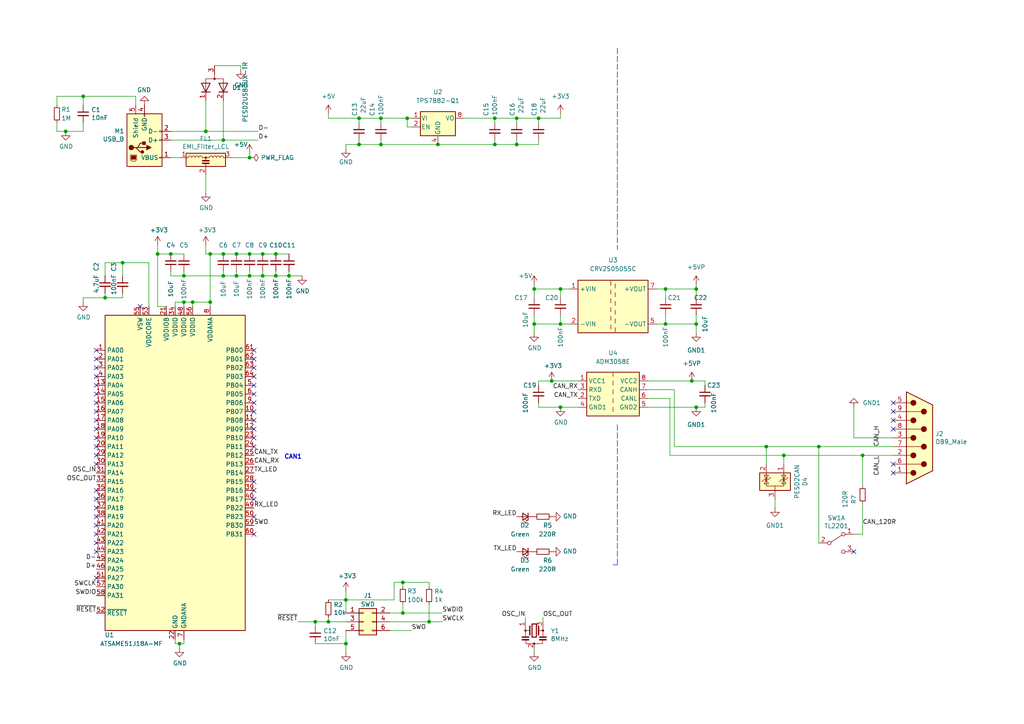
<source format=kicad_sch>
(kicad_sch (version 20211123) (generator eeschema)
  (paper "A4")
  (lib_symbols
    (symbol "Connector:DB9_Male" (pin_names (offset 1.016) hide)
      (property "Reference" "J" (at 0 13.97 0))
      (property "Value" "DB9_Male" (at 0 -14.605 0))
      (symbol "DB9_Male_1_1"
        (pin passive line (at -7.62 -10.16 0) (length 3.81) (name "1") (number "1"))
        (pin passive line (at -7.62 -5.08 0) (length 3.81) (name "2") (number "2"))
        (pin passive line (at -7.62 0 0) (length 3.81) (name "3") (number "3"))
        (pin passive line (at -7.62 5.08 0) (length 3.81) (name "4") (number "4"))
        (pin passive line (at -7.62 10.16 0) (length 3.81) (name "5") (number "5"))
        (pin passive line (at -7.62 -7.62 0) (length 3.81) (name "6") (number "6"))
        (pin passive line (at -7.62 -2.54 0) (length 3.81) (name "7") (number "7"))
        (pin passive line (at -7.62 2.54 0) (length 3.81) (name "8") (number "8"))
        (pin passive line (at -7.62 7.62 0) (length 3.81) (name "9") (number "9"))
      )
    )
    (symbol "Connector:USB_B" (pin_names (offset 1.016))
      (property "Reference" "J" (at -5.08 11.43 0))
      (property "Value" "USB_B" (at -5.08 8.89 0))
      (symbol "USB_B_1_1"
        (pin power_out line (at 7.62 5.08 180) (length 2.54) (name "VBUS") (number "1"))
        (pin bidirectional line (at 7.62 -2.54 180) (length 2.54) (name "D-") (number "2"))
        (pin bidirectional line (at 7.62 0 180) (length 2.54) (name "D+") (number "3"))
        (pin power_out line (at 0 -10.16 90) (length 2.54) (name "GND") (number "4"))
        (pin passive line (at -2.54 -10.16 90) (length 2.54) (name "Shield") (number "5"))
      )
    )
    (symbol "Connector_Generic:Conn_02x03_Odd_Even" (pin_names (offset 1.016) hide)
      (property "Reference" "J" (at 1.27 5.08 0))
      (property "Value" "Conn_02x03_Odd_Even" (at 1.27 -5.08 0))
      (symbol "Conn_02x03_Odd_Even_1_1"
        (pin passive line (at -5.08 2.54 0) (length 3.81) (name "Pin_1") (number "1"))
        (pin passive line (at 7.62 2.54 180) (length 3.81) (name "Pin_2") (number "2"))
        (pin passive line (at -5.08 0 0) (length 3.81) (name "Pin_3") (number "3"))
        (pin passive line (at 7.62 0 180) (length 3.81) (name "Pin_4") (number "4"))
        (pin passive line (at -5.08 -2.54 0) (length 3.81) (name "Pin_5") (number "5"))
        (pin passive line (at 7.62 -2.54 180) (length 3.81) (name "Pin_6") (number "6"))
      )
    )
    (symbol "Device:C_Small" (pin_numbers hide) (pin_names (offset 0.254) hide)
      (property "Reference" "C" (at 0.254 1.778 0))
      (property "Value" "C_Small" (at 0.254 -2.032 0))
      (symbol "C_Small_1_1"
        (pin passive line (at 0 2.54 270) (length 2.032) (name "~") (number "1"))
        (pin passive line (at 0 -2.54 90) (length 2.032) (name "~") (number "2"))
      )
    )
    (symbol "Device:D_Dual_CommonAnode_KKA_Parallel" (pin_names (offset 0.762) hide)
      (property "Reference" "D" (at 0 5.08 0))
      (property "Value" "D_Dual_CommonAnode_KKA_Parallel" (at 0 -5.08 0))
      (symbol "D_Dual_CommonAnode_KKA_Parallel_0_1"
        (pin passive line (at 5.08 2.54 180) (length 2.54) (name "K") (number "1"))
        (pin passive line (at 5.08 -2.54 180) (length 2.54) (name "K") (number "2"))
        (pin passive line (at -5.08 0 0) (length 2.54) (name "A") (number "3"))
      )
    )
    (symbol "Device:Filter_EMI_LCL" (pin_names (offset 0.254) hide)
      (property "Reference" "FL" (at 0 6.985 0))
      (property "Value" "Filter_EMI_LCL" (at 0 5.08 0))
      (symbol "Filter_EMI_LCL_1_1"
        (pin passive line (at -7.62 2.54 0) (length 2.54) (name "1") (number "1"))
        (pin passive line (at 0 -2.54 90) (length 2.54) (name "2") (number "2"))
        (pin passive line (at 7.62 2.54 180) (length 2.54) (name "3") (number "3"))
      )
    )
    (symbol "Device:LED_Small" (pin_numbers hide) (pin_names (offset 0.254) hide)
      (property "Reference" "D" (at -1.27 3.175 0))
      (property "Value" "LED_Small" (at -4.445 -2.54 0))
      (symbol "LED_Small_1_1"
        (pin passive line (at -2.54 0 0) (length 1.778) (name "K") (number "1"))
        (pin passive line (at 2.54 0 180) (length 1.778) (name "A") (number "2"))
      )
    )
    (symbol "Device:R_Small" (pin_numbers hide) (pin_names (offset 0.254) hide)
      (property "Reference" "R" (at 0.762 0.508 0))
      (property "Value" "R_Small" (at 0.762 -1.016 0))
      (symbol "R_Small_1_1"
        (pin passive line (at 0 2.54 270) (length 0.762) (name "~") (number "1"))
        (pin passive line (at 0 -2.54 90) (length 0.762) (name "~") (number "2"))
      )
    )
    (symbol "Device:Resonator_Small" (pin_names (offset 1.016) hide)
      (property "Reference" "Y" (at 3.175 1.905 0))
      (property "Value" "Resonator_Small" (at 3.175 0 0))
      (symbol "Resonator_Small_1_1"
        (pin passive line (at -2.54 2.54 270) (length 1.27) (name "1") (number "1"))
        (pin passive line (at 0 -5.08 90) (length 1.27) (name "2") (number "2"))
        (pin passive line (at 2.54 2.54 270) (length 1.27) (name "3") (number "3"))
      )
    )
    (symbol "MCU_Microchip_SAME:ATSAME51J18A-A"
      (property "Reference" "U" (at -17.78 48.26 0))
      (property "Value" "ATSAME51J18A-A" (at -12.7 -48.26 0))
      (symbol "ATSAME51J18A-A_1_0"
        (pin bidirectional line (at 22.86 27.94 180) (length 2.54) (name "PB03") (number "64"))
      )
      (symbol "ATSAME51J18A-A_1_1"
        (pin bidirectional line (at -22.86 35.56 0) (length 2.54) (name "PA00") (number "1"))
        (pin bidirectional line (at 22.86 17.78 180) (length 2.54) (name "PB07") (number "10"))
        (pin bidirectional line (at 22.86 15.24 180) (length 2.54) (name "PB08") (number "11"))
        (pin bidirectional line (at 22.86 12.7 180) (length 2.54) (name "PB09") (number "12"))
        (pin bidirectional line (at -22.86 25.4 0) (length 2.54) (name "PA04") (number "13"))
        (pin bidirectional line (at -22.86 22.86 0) (length 2.54) (name "PA05") (number "14"))
        (pin bidirectional line (at -22.86 20.32 0) (length 2.54) (name "PA06") (number "15"))
        (pin bidirectional line (at -22.86 17.78 0) (length 2.54) (name "PA07") (number "16"))
        (pin bidirectional line (at -22.86 15.24 0) (length 2.54) (name "PA08") (number "17"))
        (pin bidirectional line (at -22.86 12.7 0) (length 2.54) (name "PA09") (number "18"))
        (pin bidirectional line (at -22.86 10.16 0) (length 2.54) (name "PA10") (number "19"))
        (pin bidirectional line (at -22.86 33.02 0) (length 2.54) (name "PA01") (number "2"))
        (pin bidirectional line (at -22.86 7.62 0) (length 2.54) (name "PA11") (number "20"))
        (pin power_in line (at -2.54 48.26 270) (length 2.54) (name "VDDIOB") (number "21"))
        (pin power_in line (at 0 -48.26 90) (length 2.54) (name "GND") (number "22"))
        (pin bidirectional line (at 22.86 10.16 180) (length 2.54) (name "PB10") (number "23"))
        (pin bidirectional line (at 22.86 7.62 180) (length 2.54) (name "PB11") (number "24"))
        (pin bidirectional line (at 22.86 5.08 180) (length 2.54) (name "PB12") (number "25"))
        (pin bidirectional line (at 22.86 2.54 180) (length 2.54) (name "PB13") (number "26"))
        (pin bidirectional line (at 22.86 0 180) (length 2.54) (name "PB14") (number "27"))
        (pin bidirectional line (at 22.86 -2.54 180) (length 2.54) (name "PB15") (number "28"))
        (pin bidirectional line (at -22.86 5.08 0) (length 2.54) (name "PA12") (number "29"))
        (pin bidirectional line (at -22.86 30.48 0) (length 2.54) (name "PA02") (number "3"))
        (pin bidirectional line (at -22.86 2.54 0) (length 2.54) (name "PA13") (number "30"))
        (pin bidirectional line (at -22.86 0 0) (length 2.54) (name "PA14") (number "31"))
        (pin bidirectional line (at -22.86 -2.54 0) (length 2.54) (name "PA15") (number "32"))
        (pin passive line (at 0 -48.26 90) (length 2.54) hide (name "GND") (number "33"))
        (pin power_in line (at 0 48.26 270) (length 2.54) (name "VDDIO") (number "34"))
        (pin bidirectional line (at -22.86 -5.08 0) (length 2.54) (name "PA16") (number "35"))
        (pin bidirectional line (at -22.86 -7.62 0) (length 2.54) (name "PA17") (number "36"))
        (pin bidirectional line (at -22.86 -10.16 0) (length 2.54) (name "PA18") (number "37"))
        (pin bidirectional line (at -22.86 -12.7 0) (length 2.54) (name "PA19") (number "38"))
        (pin bidirectional line (at 22.86 -5.08 180) (length 2.54) (name "PB16") (number "39"))
        (pin bidirectional line (at -22.86 27.94 0) (length 2.54) (name "PA03") (number "4"))
        (pin bidirectional line (at 22.86 -7.62 180) (length 2.54) (name "PB17") (number "40"))
        (pin bidirectional line (at -22.86 -15.24 0) (length 2.54) (name "PA20") (number "41"))
        (pin bidirectional line (at -22.86 -17.78 0) (length 2.54) (name "PA21") (number "42"))
        (pin bidirectional line (at -22.86 -20.32 0) (length 2.54) (name "PA22") (number "43"))
        (pin bidirectional line (at -22.86 -22.86 0) (length 2.54) (name "PA23") (number "44"))
        (pin bidirectional line (at -22.86 -25.4 0) (length 2.54) (name "PA24") (number "45"))
        (pin bidirectional line (at -22.86 -27.94 0) (length 2.54) (name "PA25") (number "46"))
        (pin passive line (at 0 -48.26 90) (length 2.54) hide (name "GND") (number "47"))
        (pin power_in line (at 2.54 48.26 270) (length 2.54) (name "VDDIO") (number "48"))
        (pin bidirectional line (at 22.86 -10.16 180) (length 2.54) (name "PB22") (number "49"))
        (pin bidirectional line (at 22.86 25.4 180) (length 2.54) (name "PB04") (number "5"))
        (pin bidirectional line (at 22.86 -12.7 180) (length 2.54) (name "PB23") (number "50"))
        (pin bidirectional line (at -22.86 -30.48 0) (length 2.54) (name "PA27") (number "51"))
        (pin input line (at -22.86 -40.64 0) (length 2.54) (name "~{RESET}") (number "52"))
        (pin power_out line (at -7.62 48.26 270) (length 2.54) (name "VDDCORE") (number "53"))
        (pin passive line (at 0 -48.26 90) (length 2.54) hide (name "GND") (number "54"))
        (pin power_in line (at -10.16 48.26 270) (length 2.54) (name "VSW") (number "55"))
        (pin power_in line (at 5.08 48.26 270) (length 2.54) (name "VDDIO") (number "56"))
        (pin bidirectional line (at -22.86 -33.02 0) (length 2.54) (name "PA30") (number "57"))
        (pin bidirectional line (at -22.86 -35.56 0) (length 2.54) (name "PA31") (number "58"))
        (pin bidirectional line (at 22.86 -15.24 180) (length 2.54) (name "PB30") (number "59"))
        (pin bidirectional line (at 22.86 22.86 180) (length 2.54) (name "PB05") (number "6"))
        (pin bidirectional line (at 22.86 -17.78 180) (length 2.54) (name "PB31") (number "60"))
        (pin bidirectional line (at 22.86 35.56 180) (length 2.54) (name "PB00") (number "61"))
        (pin bidirectional line (at 22.86 33.02 180) (length 2.54) (name "PB01") (number "62"))
        (pin bidirectional line (at 22.86 30.48 180) (length 2.54) (name "PB02") (number "63"))
        (pin power_in line (at 2.54 -48.26 90) (length 2.54) (name "GNDANA") (number "7"))
        (pin power_in line (at 10.16 48.26 270) (length 2.54) (name "VDDANA") (number "8"))
        (pin bidirectional line (at 22.86 20.32 180) (length 2.54) (name "PB06") (number "9"))
      )
    )
    (symbol "Power_Protection:NUP2105L" (pin_names hide)
      (property "Reference" "D" (at 5.715 2.54 0))
      (property "Value" "NUP2105L" (at 5.715 0.635 0))
      (symbol "NUP2105L_0_0"
        (pin passive line (at 0 -5.08 90) (length 2.54) (name "A") (number "3"))
      )
      (symbol "NUP2105L_1_1"
        (pin passive line (at -2.54 5.08 270) (length 2.54) (name "K") (number "1"))
        (pin passive line (at 2.54 5.08 270) (length 2.54) (name "K") (number "2"))
      )
    )
    (symbol "Switch:SW_DPDT_x2" (pin_names (offset 0) hide)
      (property "Reference" "SW" (at 0 4.318 0))
      (property "Value" "SW_DPDT_x2" (at 0 -5.08 0))
      (symbol "SW_DPDT_x2_1_1"
        (pin passive line (at 5.08 2.54 180) (length 2.54) (name "A") (number "1"))
        (pin passive line (at -5.08 0 0) (length 2.54) (name "B") (number "2"))
        (pin passive line (at 5.08 -2.54 180) (length 2.54) (name "C") (number "3"))
      )
      (symbol "SW_DPDT_x2_2_1"
        (pin passive line (at 5.08 2.54 180) (length 2.54) (name "A") (number "4"))
        (pin passive line (at -5.08 0 0) (length 2.54) (name "B") (number "5"))
        (pin passive line (at 5.08 -2.54 180) (length 2.54) (name "C") (number "6"))
      )
    )
    (symbol "ownLib:ADM3058E"
      (property "Reference" "U" (at -6.35 6.35 0))
      (property "Value" "ADM3058E" (at 2.54 6.35 0))
      (symbol "ADM3058E_1_1"
        (pin power_in line (at -10.16 2.54 0) (length 2.54) (name "VCC1") (number "1"))
        (pin input line (at -10.16 -2.54 0) (length 2.54) (name "TXD") (number "2"))
        (pin output line (at -10.16 0 0) (length 2.54) (name "RXD") (number "3"))
        (pin power_in line (at -10.16 -5.08 0) (length 2.54) (name "GND1") (number "4"))
        (pin power_in line (at 10.16 -5.08 180) (length 2.54) (name "GND2") (number "5"))
        (pin bidirectional line (at 10.16 -2.54 180) (length 2.54) (name "CANL") (number "6"))
        (pin bidirectional line (at 10.16 0 180) (length 2.54) (name "CANH") (number "7"))
        (pin power_in line (at 10.16 2.54 180) (length 2.54) (name "VCC2") (number "8"))
      )
    )
    (symbol "ownLib:CRV2S0505SC"
      (property "Reference" "U" (at -8.89 8.89 0))
      (property "Value" "CRV2S0505SC" (at 2.54 8.89 0))
      (symbol "CRV2S0505SC_1_1"
        (pin power_in line (at -12.7 5.08 0) (length 2.54) (name "+VIN") (number "1"))
        (pin power_in line (at -12.7 -5.08 0) (length 2.54) (name "-VIN") (number "2"))
        (pin power_out line (at 12.7 -5.08 180) (length 2.54) (name "-VOUT") (number "5"))
        (pin power_out line (at 12.7 5.08 180) (length 2.54) (name "+VOUT") (number "7"))
      )
    )
    (symbol "ownLib:TPS7B82-Q1" (pin_names (offset 0.254))
      (property "Reference" "U" (at -3.81 3.175 0))
      (property "Value" "TPS7B82-Q1" (at 0 3.175 0))
      (symbol "TPS7B82-Q1_1_1"
        (pin power_in line (at -7.62 0 0) (length 2.54) (name "VI") (number "1"))
        (pin input line (at -7.62 -2.54 0) (length 2.54) (name "EN") (number "2"))
        (pin passive line (at 0 -7.62 90) (length 2.54) hide (name "GND") (number "3"))
        (pin power_in line (at 0 -7.62 90) (length 2.54) (name "GND") (number "4"))
        (pin passive line (at 0 -7.62 90) (length 2.54) hide (name "GND") (number "5"))
        (pin passive line (at 0 -7.62 90) (length 2.54) hide (name "GND") (number "6"))
        (pin passive line (at 0 -7.62 90) (length 2.54) hide (name "GND") (number "7"))
        (pin power_out line (at 7.62 0 180) (length 2.54) (name "VO") (number "8"))
        (pin passive line (at 0 -7.62 90) (length 2.54) hide (name "GND") (number "9"))
      )
    )
    (symbol "power:+3V3" (power) (pin_names (offset 0))
      (property "Value" "+3V3" (at 0 3.556 0))
      (symbol "+3V3_1_1"
        (pin power_in line (at 0 0 90) (length 0) hide (name "+3V3") (number "1"))
      )
    )
    (symbol "power:+5V" (power) (pin_names (offset 0))
      (property "Value" "+5V" (at 0 3.556 0))
      (symbol "+5V_1_1"
        (pin power_in line (at 0 0 90) (length 0) hide (name "+5V") (number "1"))
      )
    )
    (symbol "power:+5VP" (power) (pin_names (offset 0))
      (property "Value" "+5VP" (at 0 3.556 0))
      (symbol "+5VP_1_1"
        (pin power_in line (at 0 0 90) (length 0) hide (name "+5VP") (number "1"))
      )
    )
    (symbol "power:GND" (power) (pin_names (offset 0))
      (property "Value" "GND" (at 0 -3.81 0))
      (symbol "GND_1_1"
        (pin power_in line (at 0 0 270) (length 0) hide (name "GND") (number "1"))
      )
    )
    (symbol "power:GND1" (power) (pin_names (offset 0))
      (property "Value" "GND1" (at 0 -3.81 0))
      (symbol "GND1_1_1"
        (pin power_in line (at 0 0 270) (length 0) hide (name "GND1") (number "1"))
      )
    )
    (symbol "power:PWR_FLAG" (power) (pin_numbers hide) (pin_names (offset 0) hide)
      (property "Value" "PWR_FLAG" (at 0 3.81 0))
      (symbol "PWR_FLAG_0_0"
        (pin power_out line (at 0 0 90) (length 0) (name "pwr") (number "1"))
      )
    )
  )
  (junction (at 45.72 73.66) (diameter 0.9144))
  (junction (at 91.44 180.34) (diameter 0.9144))
  (junction (at 237.49 129.54))
  (junction (at 149.86 41.91))
  (junction (at 30.48 86.36) (diameter 0.9144))
  (junction (at 100.33 173.99) (diameter 0.9144))
  (junction (at 193.04 83.82))
  (junction (at 154.94 93.98))
  (junction (at 68.58 80.01) (diameter 0.9144))
  (junction (at 110.49 34.29))
  (junction (at 80.01 73.66) (diameter 0.9144))
  (junction (at 124.46 180.34) (diameter 0.9144))
  (junction (at 60.96 87.63) (diameter 0.9144))
  (junction (at 68.58 73.66) (diameter 0.9144))
  (junction (at 100.33 186.69) (diameter 0.9144))
  (junction (at 154.94 83.82))
  (junction (at 53.34 87.63) (diameter 0.9144))
  (junction (at 110.49 41.91))
  (junction (at 143.51 34.29))
  (junction (at 227.33 132.08))
  (junction (at 156.21 34.29))
  (junction (at 64.77 40.64))
  (junction (at 118.11 34.29))
  (junction (at 104.14 41.91))
  (junction (at 149.86 34.29))
  (junction (at 143.51 41.91))
  (junction (at 160.02 110.49))
  (junction (at 162.56 83.82))
  (junction (at 72.39 80.01) (diameter 0.9144))
  (junction (at 116.84 177.8) (diameter 0.9144))
  (junction (at 53.34 80.01) (diameter 0.9144))
  (junction (at 162.56 118.11))
  (junction (at 64.77 73.66) (diameter 0.9144))
  (junction (at 222.25 129.54))
  (junction (at 35.56 76.2) (diameter 0.9144))
  (junction (at 76.2 73.66) (diameter 0.9144))
  (junction (at 201.93 118.11))
  (junction (at 95.25 180.34) (diameter 0.9144))
  (junction (at 201.93 83.82))
  (junction (at 127 41.91))
  (junction (at 104.14 34.29))
  (junction (at 193.04 93.98))
  (junction (at 64.77 80.01) (diameter 0.9144))
  (junction (at 52.07 186.69) (diameter 0.9144))
  (junction (at 116.84 168.91) (diameter 0.9144))
  (junction (at 80.01 80.01) (diameter 0.9144))
  (junction (at 72.39 45.72))
  (junction (at 60.96 73.66) (diameter 0.9144))
  (junction (at 201.93 93.98))
  (junction (at 55.88 87.63) (diameter 0.9144))
  (junction (at 72.39 73.66) (diameter 0.9144))
  (junction (at 59.69 38.1))
  (junction (at 83.82 80.01) (diameter 0.9144))
  (junction (at 250.19 132.08))
  (junction (at 49.53 73.66) (diameter 0.9144))
  (junction (at 19.05 38.1))
  (junction (at 162.56 93.98))
  (junction (at 76.2 80.01) (diameter 0.9144))
  (junction (at 24.13 27.94))
  (junction (at 200.66 110.49))
  (no_connect (at 27.94 152.4))
  (no_connect (at 73.66 154.94))
  (no_connect (at 73.66 127))
  (no_connect (at 73.66 129.54))
  (no_connect (at 73.66 106.68))
  (no_connect (at 73.66 144.78))
  (no_connect (at 27.94 129.54))
  (no_connect (at 27.94 167.64))
  (no_connect (at 73.66 142.24))
  (no_connect (at 259.08 116.84))
  (no_connect (at 259.08 134.62))
  (no_connect (at 259.08 124.46))
  (no_connect (at 259.08 137.16))
  (no_connect (at 259.08 121.92))
  (no_connect (at 259.08 119.38))
  (no_connect (at 27.94 127))
  (no_connect (at 27.94 142.24))
  (no_connect (at 27.94 144.78))
  (no_connect (at 27.94 147.32))
  (no_connect (at 27.94 160.02))
  (no_connect (at 27.94 157.48))
  (no_connect (at 27.94 154.94))
  (no_connect (at 27.94 132.08))
  (no_connect (at 27.94 134.62))
  (no_connect (at 73.66 139.7))
  (no_connect (at 73.66 104.14))
  (no_connect (at 73.66 149.86))
  (no_connect (at 27.94 124.46))
  (no_connect (at 73.66 111.76))
  (no_connect (at 27.94 121.92))
  (no_connect (at 27.94 109.22))
  (no_connect (at 73.66 114.3))
  (no_connect (at 27.94 111.76))
  (no_connect (at 27.94 104.14))
  (no_connect (at 73.66 109.22))
  (no_connect (at 40.64 88.9))
  (no_connect (at 247.65 160.02))
  (no_connect (at 27.94 114.3))
  (no_connect (at 73.66 124.46))
  (no_connect (at 27.94 149.86))
  (no_connect (at 73.66 101.6))
  (no_connect (at 27.94 116.84))
  (no_connect (at 73.66 116.84))
  (no_connect (at 27.94 101.6))
  (no_connect (at 73.66 119.38))
  (no_connect (at 27.94 106.68))
  (no_connect (at 27.94 119.38))
  (no_connect (at 73.66 121.92))
  (wire (pts (xy 53.34 87.63) (xy 55.88 87.63)))
  (wire (pts (xy 114.3 173.99) (xy 114.3 168.91)))
  (wire (pts (xy 67.31 45.72) (xy 72.39 45.72)))
  (wire (pts (xy 35.56 76.2) (xy 30.48 76.2)))
  (wire (pts (xy 222.25 129.54) (xy 222.25 134.62)))
  (wire (pts (xy 100.33 41.91) (xy 104.14 41.91)))
  (wire (pts (xy 83.82 78.74) (xy 83.82 80.01)))
  (wire (pts (xy 35.56 85.09) (xy 35.56 86.36)))
  (wire (pts (xy 91.44 180.34) (xy 91.44 181.61)))
  (wire (pts (xy 118.11 34.29) (xy 118.11 36.83)))
  (wire (pts (xy 227.33 132.08) (xy 250.19 132.08)))
  (wire (pts (xy 194.31 132.08) (xy 227.33 132.08)))
  (wire (pts (xy 24.13 35.56) (xy 24.13 38.1)))
  (wire (pts (xy 24.13 38.1) (xy 19.05 38.1)))
  (wire (pts (xy 113.03 180.34) (xy 124.46 180.34)))
  (wire (pts (xy 110.49 40.64) (xy 110.49 41.91)))
  (wire (pts (xy 39.37 30.48) (xy 39.37 27.94)))
  (wire (pts (xy 39.37 27.94) (xy 24.13 27.94)))
  (wire (pts (xy 24.13 27.94) (xy 16.51 27.94)))
  (wire (pts (xy 16.51 27.94) (xy 16.51 30.48)))
  (wire (pts (xy 124.46 180.34) (xy 128.27 180.34)))
  (wire (pts (xy 100.33 173.99) (xy 114.3 173.99)))
  (wire (pts (xy 190.5 93.98) (xy 193.04 93.98)))
  (wire (pts (xy 50.8 185.42) (xy 50.8 186.69)))
  (wire (pts (xy 100.33 186.69) (xy 100.33 189.23)))
  (wire (pts (xy 72.39 73.66) (xy 76.2 73.66)))
  (wire (pts (xy 59.69 50.8) (xy 59.69 55.88)))
  (wire (pts (xy 83.82 80.01) (xy 80.01 80.01)))
  (wire (pts (xy 45.72 73.66) (xy 45.72 88.9)))
  (wire (pts (xy 100.33 177.8) (xy 100.33 173.99)))
  (wire (pts (xy 52.07 186.69) (xy 52.07 187.96)))
  (wire (pts (xy 201.93 82.55) (xy 201.93 83.82)))
  (wire (pts (xy 49.53 73.66) (xy 45.72 73.66)))
  (wire (pts (xy 143.51 34.29) (xy 149.86 34.29)))
  (wire (pts (xy 134.62 34.29) (xy 143.51 34.29)))
  (wire (pts (xy 149.86 34.29) (xy 156.21 34.29)))
  (wire (pts (xy 53.34 80.01) (xy 64.77 80.01)))
  (wire (pts (xy 143.51 40.64) (xy 143.51 41.91)))
  (wire (pts (xy 165.1 93.98) (xy 162.56 93.98)))
  (wire (pts (xy 72.39 80.01) (xy 72.39 78.74)))
  (wire (pts (xy 116.84 177.8) (xy 128.27 177.8)))
  (wire (pts (xy 156.21 34.29) (xy 162.56 34.29)))
  (wire (pts (xy 162.56 34.29) (xy 162.56 33.02)))
  (wire (pts (xy 24.13 27.94) (xy 24.13 30.48)))
  (wire (pts (xy 113.03 177.8) (xy 116.84 177.8)))
  (wire (pts (xy 113.03 182.88) (xy 119.38 182.88)))
  (wire (pts (xy 154.94 91.44) (xy 154.94 93.98)))
  (wire (pts (xy 116.84 168.91) (xy 116.84 170.18)))
  (wire (pts (xy 95.25 34.29) (xy 104.14 34.29)))
  (wire (pts (xy 154.94 82.55) (xy 154.94 83.82)))
  (wire (pts (xy 201.93 83.82) (xy 201.93 86.36)))
  (wire (pts (xy 187.96 110.49) (xy 200.66 110.49)))
  (wire (pts (xy 200.66 110.49) (xy 204.47 110.49)))
  (wire (pts (xy 104.14 40.64) (xy 104.14 41.91)))
  (wire (pts (xy 104.14 34.29) (xy 104.14 35.56)))
  (wire (pts (xy 64.77 73.66) (xy 68.58 73.66)))
  (wire (pts (xy 162.56 93.98) (xy 162.56 91.44)))
  (wire (pts (xy 124.46 168.91) (xy 116.84 168.91)))
  (polyline (pts (xy 179.07 13.97) (xy 179.07 72.39)))
  (wire (pts (xy 100.33 186.69) (xy 100.33 182.88)))
  (wire (pts (xy 68.58 78.74) (xy 68.58 80.01)))
  (wire (pts (xy 160.02 110.49) (xy 156.21 110.49)))
  (wire (pts (xy 156.21 110.49) (xy 156.21 111.76)))
  (wire (pts (xy 167.64 110.49) (xy 160.02 110.49)))
  (wire (pts (xy 60.96 73.66) (xy 60.96 87.63)))
  (wire (pts (xy 68.58 80.01) (xy 72.39 80.01)))
  (wire (pts (xy 156.21 34.29) (xy 156.21 35.56)))
  (wire (pts (xy 201.93 93.98) (xy 201.93 91.44)))
  (wire (pts (xy 204.47 118.11) (xy 204.47 116.84)))
  (wire (pts (xy 35.56 86.36) (xy 30.48 86.36)))
  (wire (pts (xy 227.33 132.08) (xy 227.33 134.62)))
  (wire (pts (xy 201.93 118.11) (xy 204.47 118.11)))
  (wire (pts (xy 156.21 116.84) (xy 156.21 118.11)))
  (wire (pts (xy 156.21 118.11) (xy 162.56 118.11)))
  (wire (pts (xy 162.56 118.11) (xy 167.64 118.11)))
  (wire (pts (xy 118.11 34.29) (xy 119.38 34.29)))
  (wire (pts (xy 124.46 180.34) (xy 124.46 175.26)))
  (wire (pts (xy 53.34 87.63) (xy 50.8 87.63)))
  (wire (pts (xy 52.07 186.69) (xy 53.34 186.69)))
  (wire (pts (xy 250.19 154.94) (xy 250.19 146.05)))
  (wire (pts (xy 110.49 34.29) (xy 118.11 34.29)))
  (wire (pts (xy 104.14 34.29) (xy 110.49 34.29)))
  (wire (pts (xy 154.94 187.96) (xy 154.94 189.23)))
  (wire (pts (xy 68.58 73.66) (xy 72.39 73.66)))
  (wire (pts (xy 76.2 80.01) (xy 72.39 80.01)))
  (wire (pts (xy 16.51 35.56) (xy 16.51 38.1)))
  (wire (pts (xy 16.51 38.1) (xy 19.05 38.1)))
  (wire (pts (xy 64.77 78.74) (xy 64.77 80.01)))
  (wire (pts (xy 53.34 87.63) (xy 53.34 88.9)))
  (wire (pts (xy 119.38 36.83) (xy 118.11 36.83)))
  (wire (pts (xy 250.19 132.08) (xy 259.08 132.08)))
  (wire (pts (xy 162.56 86.36) (xy 162.56 83.82)))
  (wire (pts (xy 24.13 86.36) (xy 24.13 87.63)))
  (wire (pts (xy 100.33 41.91) (xy 100.33 43.18)))
  (wire (pts (xy 204.47 110.49) (xy 204.47 111.76)))
  (wire (pts (xy 100.33 173.99) (xy 100.33 171.45)))
  (wire (pts (xy 50.8 186.69) (xy 52.07 186.69)))
  (wire (pts (xy 193.04 83.82) (xy 193.04 86.36)))
  (wire (pts (xy 45.72 71.12) (xy 45.72 73.66)))
  (wire (pts (xy 30.48 85.09) (xy 30.48 86.36)))
  (wire (pts (xy 35.56 76.2) (xy 35.56 80.01)))
  (wire (pts (xy 86.36 180.34) (xy 91.44 180.34)))
  (wire (pts (xy 247.65 118.11) (xy 247.65 127)))
  (wire (pts (xy 259.08 127) (xy 247.65 127)))
  (wire (pts (xy 222.25 129.54) (xy 237.49 129.54)))
  (wire (pts (xy 195.58 129.54) (xy 222.25 129.54)))
  (wire (pts (xy 43.18 76.2) (xy 35.56 76.2)))
  (wire (pts (xy 64.77 80.01) (xy 68.58 80.01)))
  (wire (pts (xy 49.53 78.74) (xy 49.53 80.01)))
  (wire (pts (xy 114.3 168.91) (xy 116.84 168.91)))
  (wire (pts (xy 193.04 93.98) (xy 201.93 93.98)))
  (wire (pts (xy 193.04 91.44) (xy 193.04 93.98)))
  (wire (pts (xy 162.56 83.82) (xy 154.94 83.82)))
  (wire (pts (xy 64.77 73.66) (xy 60.96 73.66)))
  (wire (pts (xy 49.53 40.64) (xy 64.77 40.64)))
  (wire (pts (xy 64.77 40.64) (xy 74.93 40.64)))
  (wire (pts (xy 59.69 29.21) (xy 59.69 38.1)))
  (wire (pts (xy 143.51 34.29) (xy 143.51 35.56)))
  (wire (pts (xy 237.49 157.48) (xy 237.49 129.54)))
  (wire (pts (xy 152.4 180.34) (xy 152.4 179.07)))
  (wire (pts (xy 247.65 154.94) (xy 250.19 154.94)))
  (wire (pts (xy 30.48 86.36) (xy 24.13 86.36)))
  (wire (pts (xy 72.39 45.72) (xy 72.39 44.45)))
  (wire (pts (xy 69.85 19.05) (xy 69.85 20.32)))
  (wire (pts (xy 62.23 19.05) (xy 69.85 19.05)))
  (wire (pts (xy 76.2 78.74) (xy 76.2 80.01)))
  (wire (pts (xy 116.84 177.8) (xy 116.84 175.26)))
  (polyline (pts (xy 179.07 123.19) (xy 179.07 163.83)))
  (polyline (pts (xy 177.8 163.83) (xy 179.07 163.83)))
  (wire (pts (xy 59.69 73.66) (xy 59.69 71.12)))
  (wire (pts (xy 55.88 87.63) (xy 55.88 88.9)))
  (wire (pts (xy 49.53 80.01) (xy 53.34 80.01)))
  (wire (pts (xy 154.94 83.82) (xy 154.94 86.36)))
  (wire (pts (xy 83.82 73.66) (xy 80.01 73.66)))
  (wire (pts (xy 80.01 73.66) (xy 76.2 73.66)))
  (wire (pts (xy 55.88 87.63) (xy 60.96 87.63)))
  (wire (pts (xy 59.69 38.1) (xy 74.93 38.1)))
  (wire (pts (xy 49.53 38.1) (xy 59.69 38.1)))
  (wire (pts (xy 195.58 113.03) (xy 187.96 113.03)))
  (wire (pts (xy 195.58 129.54) (xy 195.58 113.03)))
  (wire (pts (xy 95.25 33.02) (xy 95.25 34.29)))
  (wire (pts (xy 30.48 76.2) (xy 30.48 80.01)))
  (wire (pts (xy 80.01 78.74) (xy 80.01 80.01)))
  (wire (pts (xy 43.18 88.9) (xy 43.18 76.2)))
  (wire (pts (xy 60.96 73.66) (xy 59.69 73.66)))
  (wire (pts (xy 149.86 34.29) (xy 149.86 35.56)))
  (wire (pts (xy 64.77 29.21) (xy 64.77 40.64)))
  (wire (pts (xy 45.72 88.9) (xy 48.26 88.9)))
  (wire (pts (xy 165.1 83.82) (xy 162.56 83.82)))
  (wire (pts (xy 53.34 78.74) (xy 53.34 80.01)))
  (wire (pts (xy 110.49 34.29) (xy 110.49 35.56)))
  (wire (pts (xy 95.25 180.34) (xy 95.25 179.07)))
  (wire (pts (xy 162.56 93.98) (xy 154.94 93.98)))
  (wire (pts (xy 224.79 144.78) (xy 224.79 147.32)))
  (wire (pts (xy 149.86 40.64) (xy 149.86 41.91)))
  (wire (pts (xy 193.04 83.82) (xy 201.93 83.82)))
  (wire (pts (xy 91.44 186.69) (xy 100.33 186.69)))
  (wire (pts (xy 80.01 80.01) (xy 76.2 80.01)))
  (wire (pts (xy 60.96 87.63) (xy 60.96 88.9)))
  (wire (pts (xy 250.19 140.97) (xy 250.19 132.08)))
  (wire (pts (xy 154.94 93.98) (xy 154.94 96.52)))
  (wire (pts (xy 95.25 173.99) (xy 100.33 173.99)))
  (wire (pts (xy 187.96 118.11) (xy 201.93 118.11)))
  (wire (pts (xy 50.8 87.63) (xy 50.8 88.9)))
  (wire (pts (xy 53.34 185.42) (xy 53.34 186.69)))
  (wire (pts (xy 124.46 170.18) (xy 124.46 168.91)))
  (wire (pts (xy 95.25 180.34) (xy 91.44 180.34)))
  (wire (pts (xy 49.53 73.66) (xy 53.34 73.66)))
  (wire (pts (xy 190.5 83.82) (xy 193.04 83.82)))
  (wire (pts (xy 127 41.91) (xy 143.51 41.91)))
  (wire (pts (xy 237.49 129.54) (xy 259.08 129.54)))
  (wire (pts (xy 83.82 80.01) (xy 87.63 80.01)))
  (wire (pts (xy 100.33 180.34) (xy 95.25 180.34)))
  (wire (pts (xy 187.96 115.57) (xy 194.31 115.57)))
  (wire (pts (xy 194.31 115.57) (xy 194.31 132.08)))
  (wire (pts (xy 156.21 41.91) (xy 156.21 40.64)))
  (wire (pts (xy 143.51 41.91) (xy 149.86 41.91)))
  (wire (pts (xy 110.49 41.91) (xy 127 41.91)))
  (wire (pts (xy 149.86 41.91) (xy 156.21 41.91)))
  (wire (pts (xy 104.14 41.91) (xy 110.49 41.91)))
  (wire (pts (xy 157.48 180.34) (xy 157.48 179.07)))
  (wire (pts (xy 201.93 93.98) (xy 201.93 96.52)))
  (wire (pts (xy 49.53 45.72) (xy 52.07 45.72)))
  (text "CAN1\n" (at 87.63 133.35 180) (effects (font (size 1.27 1.27) (thickness 0.254) bold) (justify right bottom)))
  (label "SWDIO" (at 128.27 177.8 0))
  (label "~{RESET}" (at 27.94 177.8 180))
  (label "TX_LED" (at 73.66 137.16 0))
  (label "D-" (at 27.94 162.56 180))
  (label "CAN_TX" (at 73.66 132.08 0))
  (label "TX_LED_I" (at 154.94 160.02 0) (effects (font (size 0 0))))
  (label "CAN_TX" (at 167.64 115.57 180))
  (label "RX_LED" (at 73.66 147.32 0))
  (label "~{RESET}" (at 86.36 180.34 180))
  (label "CAN_RX" (at 167.64 113.03 180))
  (label "CAN_H" (at 255.27 129.54 90))
  (label "D+" (at 27.94 165.1 180))
  (label "D+" (at 74.93 40.64 0))
  (label "SWO" (at 73.66 152.4 0))
  (label "SWDIO" (at 27.94 172.72 180))
  (label "SWCLK" (at 128.27 180.34 0))
  (label "OSC_IN" (at 27.94 137.16 180))
  (label "OSC_IN" (at 152.4 179.07 180))
  (label "SWCLK" (at 27.94 170.18 180))
  (label "RX_LED" (at 149.86 149.86 180))
  (label "SWO" (at 119.38 182.88 0))
  (label "RED_LED_I" (at 154.94 149.86 0) (effects (font (size 0 0))))
  (label "CAN_RX" (at 73.66 134.62 0))
  (label "OSC_OUT" (at 27.94 139.7 180))
  (label "OSC_OUT" (at 157.48 179.07 0))
  (label "CAN_120R" (at 250.19 152.4 0))
  (label "D-" (at 74.93 38.1 0))
  (label "TX_LED" (at 149.86 160.02 180))
  (label "CAN_L" (at 255.27 132.08 270))
  (symbol (lib_id "power:PWR_FLAG") (at 72.39 45.72 270) (unit 1)
    (property "Reference" "#FLG01" (effects hide))
    (property "Value" "PWR_FLAG" (at 75.6412 45.72 90) (effects (justify left)))
  )
  (symbol (lib_id "Device:C_Small") (at 64.77 76.2 180) (unit 1)
    (property "Reference" "C6" (at 64.77 71.12 0))
    (property "Value" "10uF" (at 64.77 83.82 90))
    (property "Footprint" "Capacitor_SMD:C_0603_1608Metric" (effects hide))
    (property "MOUSER_NO" "81-GRM188D71A106MA3D" (effects hide))
  )
  (symbol (lib_id "ownLib:ADM3058E") (at 177.8 113.03 0) (unit 1)
    (property "Reference" "U4" (at 177.8 102.362 0))
    (property "Value" "ADM3058E" (at 177.8 104.902 0))
    (property "Footprint" "Package_SO:SOIC-8_7.5x5.85mm_P1.27mm" (effects hide))
    (property "Datasheet" "https://www.analog.com/media/en/technical-documentation/data-sheets/adm3058e.pdf" (effects hide))
    (property "MOUSER_NO" "584-ADM3058EBRIZ-RL" (effects hide))
  )
  (symbol (lib_id "Switch:SW_DPDT_x2") (at 242.57 157.48 0) (unit 1)
    (property "Reference" "SW1" (at 242.57 150.241 0))
    (property "Value" "TL2201" (at 242.57 152.5524 0))
    (property "Footprint" "ownLib:TL2201" (effects hide))
    (property "Datasheet" "https://www.e-switch.com/system/asset/product_line/data_sheet/61/TL2201.pdf" (effects hide))
    (property "MOUSER_NO" "612-TL2201EEZA1RBLK" (effects hide))
  )
  (symbol (lib_id "Device:C_Small") (at 83.82 76.2 0) (unit 1)
    (property "Reference" "C11" (at 83.82 71.12 0))
    (property "Value" "100nF" (at 83.82 83.82 90))
    (property "Footprint" "Capacitor_SMD:C_0402_1005Metric" (effects hide))
    (property "MOUSER_NO" "81-GRM155R71H104KE4D" (effects hide))
  )
  (symbol (lib_id "power:+3V3") (at 160.02 110.49 0) (unit 1)
    (property "Reference" "#PWR018" (effects hide))
    (property "Value" "+3V3" (at 160.401 106.0958 0))
  )
  (symbol (lib_id "power:+5V") (at 72.39 44.45 0) (unit 1)
    (property "Reference" "#PWR09" (effects hide))
    (property "Value" "+5V" (at 69.85 41.91 0))
  )
  (symbol (lib_id "Device:C_Small") (at 193.04 88.9 0) (unit 1)
    (property "Reference" "C21" (at 195.58 86.36 0))
    (property "Value" "100nF" (at 193.04 97.79 90))
    (property "Footprint" "Capacitor_SMD:C_0402_1005Metric" (effects hide))
    (property "MOUSER_NO" "81-GRM155R71H104KE4D" (effects hide))
  )
  (symbol (lib_id "Connector_Generic:Conn_02x03_Odd_Even") (at 105.41 180.34 0) (unit 1)
    (property "Reference" "J1" (at 106.68 172.72 0))
    (property "Value" "SWD" (at 106.68 175.26 0))
    (property "Footprint" "Connector:Tag-Connect_TC2030-IDC-NL_2x03_P1.27mm_Vertical" (effects hide))
    (property "Datasheet" "https://www.hirose.com/product/document?clcode=CL0543-0518-8-01&productname=DF11-6DP-2DSA(01)&series=DF11&documenttype=Catalog&lang=de&documentid=D31688_en" (effects hide))
    (property "MOUSER_NO" "798-DF11-6DP-2DSA01" (effects hide))
  )
  (symbol (lib_id "power:GND") (at 160.02 160.02 90) (unit 1)
    (property "Reference" "#PWR020" (effects hide))
    (property "Value" "GND" (at 163.2712 159.893 90) (effects (justify right)))
  )
  (symbol (lib_id "Device:C_Small") (at 76.2 76.2 0) (unit 1)
    (property "Reference" "C9" (at 76.2 71.12 0))
    (property "Value" "100nF" (at 76.2 83.82 90))
    (property "Footprint" "Capacitor_SMD:C_0402_1005Metric" (effects hide))
    (property "MOUSER_NO" "81-GRM155R71H104KE4D" (effects hide))
  )
  (symbol (lib_id "Device:C_Small") (at 49.53 76.2 180) (unit 1)
    (property "Reference" "C4" (at 49.53 71.12 0))
    (property "Value" "10uF" (at 49.53 83.82 90))
    (property "Footprint" "Capacitor_SMD:C_0603_1608Metric" (effects hide))
    (property "MOUSER_NO" "81-GRM188D71A106MA3D" (effects hide))
  )
  (symbol (lib_id "power:GND") (at 24.13 87.63 0) (unit 1)
    (property "Reference" "#PWR02" (effects hide))
    (property "Value" "GND" (at 24.257 92.0242 0))
  )
  (symbol (lib_id "Device:C_Small") (at 53.34 76.2 0) (unit 1)
    (property "Reference" "C5" (at 53.34 71.12 0))
    (property "Value" "100nF" (at 53.34 83.82 90))
    (property "Footprint" "Capacitor_SMD:C_0402_1005Metric" (effects hide))
    (property "MOUSER_NO" "81-GRM155R71H104KE4D" (effects hide))
  )
  (symbol (lib_id "power:+5V") (at 154.94 82.55 0) (unit 1)
    (property "Reference" "#PWR015" (effects hide))
    (property "Value" "+5V" (at 152.4 80.01 0))
  )
  (symbol (lib_id "power:GND1") (at 247.65 118.11 180) (unit 1)
    (property "Reference" "#PWR028" (effects hide))
    (property "Value" "GND1" (at 250.19 116.8399 0) (effects (justify right)))
  )
  (symbol (lib_id "power:GND") (at 100.33 43.18 0) (unit 1)
    (property "Reference" "#PWR012" (effects hide))
    (property "Value" "GND" (at 100.33 46.99 0))
  )
  (symbol (lib_id "power:GND") (at 100.33 189.23 0) (unit 1)
    (property "Reference" "#PWR014" (effects hide))
    (property "Value" "GND" (at 100.457 193.6242 0))
  )
  (symbol (lib_id "power:+5VP") (at 201.93 82.55 0) (unit 1)
    (property "Reference" "#PWR024" (effects hide))
    (property "Value" "+5VP" (at 201.93 77.47 0))
  )
  (symbol (lib_id "power:+3V3") (at 100.33 171.45 0) (unit 1)
    (property "Reference" "#PWR013" (effects hide))
    (property "Value" "+3V3" (at 100.711 167.0558 0))
  )
  (symbol (lib_id "Device:C_Small") (at 143.51 38.1 0) (unit 1)
    (property "Reference" "C15" (at 140.97 31.75 90))
    (property "Value" "100nF" (at 143.51 30.48 90))
    (property "Footprint" "Capacitor_SMD:C_0402_1005Metric" (effects hide))
    (property "MOUSER_NO" "81-GRM155R71H104KE4D" (effects hide))
  )
  (symbol (lib_id "Connector:USB_B") (at 41.91 40.64 0) (mirror x) (unit 1)
    (property "Reference" "M1" (at 36.068 38.0238 0) (effects (justify right)))
    (property "Value" "USB_B" (at 36.068 40.3352 0) (effects (justify right)))
    (property "Footprint" "ownLib:USB_B_OST_USB-B1HSxx_Horizontal" (effects hide))
    (property "Datasheet" "https://www.molex.com/webdocs/datasheets/pdf/en-us/0670688110_IO_CONNECTORS.pdf" (effects hide))
    (property "MOUSER_NO" "538-67068-8110" (effects hide))
  )
  (symbol (lib_id "MCU_Microchip_SAME:ATSAME51J18A-A") (at 50.8 137.16 0) (unit 1)
    (property "Reference" "U1" (at 31.75 184.15 0))
    (property "Value" "ATSAME51J18A-MF" (at 38.1 186.69 0))
    (property "Footprint" "Package_DFN_QFN:VQFN-64-1EP_9x9mm_P0.5mm_EP5.4x5.4mm" (effects hide))
    (property "Datasheet" "http://ww1.microchip.com/downloads/en/DeviceDoc/60001507E.pdf" (effects hide))
    (property "MOUSER_NO" "556-ATSAME51J18A-MF" (effects hide))
  )
  (symbol (lib_id "Device:D_Dual_CommonAnode_KKA_Parallel") (at 62.23 24.13 90) (mirror x) (unit 1)
    (property "Reference" "D1" (at 67.31 25.4001 90) (effects (justify right)))
    (property "Value" "PESD2USB3UX-TR" (at 71.12 35.5601 0) (effects (justify right)))
    (property "Footprint" "Package_TO_SOT_SMD:SOT-23" (effects hide))
    (property "Datasheet" "https://assets.nexperia.com/documents/data-sheet/PESD2USB3UX-T.pdf" (effects hide))
    (property "MOUSER_NO" "771-PESD2USB3UX-TR" (effects hide))
  )
  (symbol (lib_id "Device:Filter_EMI_LCL") (at 59.69 48.26 0) (unit 1)
    (property "Reference" "FL1" (at 59.69 40.2082 0))
    (property "Value" "EMI_Filter_LCL" (at 59.69 42.5196 0))
    (property "Footprint" "ownLib:3Pole_F1206" (effects hide))
    (property "Datasheet" "http://www.murata.com/~/media/webrenewal/support/library/catalog/products/emc/emifil/c31e.ashx?la=en-gb" (effects hide))
    (property "MOUSER_NO" "81-NFE31PT222Z1E9L" (effects hide))
  )
  (symbol (lib_id "power:GND") (at 160.02 149.86 90) (unit 1)
    (property "Reference" "#PWR019" (effects hide))
    (property "Value" "GND" (at 163.2712 149.733 90) (effects (justify right)))
  )
  (symbol (lib_id "Device:C_Small") (at 104.14 38.1 180) (unit 1)
    (property "Reference" "C13" (at 102.87 31.75 90))
    (property "Value" "22uF" (at 105.41 30.48 90))
    (property "Footprint" "Capacitor_SMD:C_0603_1608Metric" (effects hide))
    (property "MOUSER_NO" "81-GRM188C80J226ME5D" (effects hide))
  )
  (symbol (lib_id "power:GND1") (at 201.93 118.11 0) (unit 1)
    (property "Reference" "#PWR026" (effects hide))
    (property "Value" "GND1" (at 201.93 123.19 0))
  )
  (symbol (lib_id "Device:C_Small") (at 162.56 88.9 0) (unit 1)
    (property "Reference" "C20" (at 160.02 86.36 0))
    (property "Value" "100nF" (at 162.56 97.79 90))
    (property "Footprint" "Capacitor_SMD:C_0402_1005Metric" (effects hide))
    (property "MOUSER_NO" "81-GRM155R71H104KE4D" (effects hide))
  )
  (symbol (lib_id "Device:C_Small") (at 110.49 38.1 0) (unit 1)
    (property "Reference" "C14" (at 107.95 31.75 90))
    (property "Value" "100nF" (at 110.49 30.48 90))
    (property "Footprint" "Capacitor_SMD:C_0402_1005Metric" (effects hide))
    (property "MOUSER_NO" "81-GRM155R71H104KE4D" (effects hide))
  )
  (symbol (lib_id "power:GND") (at 154.94 96.52 0) (unit 1)
    (property "Reference" "#PWR016" (effects hide))
    (property "Value" "GND" (at 155.067 100.9142 0))
  )
  (symbol (lib_id "Device:R_Small") (at 16.51 33.02 0) (unit 1)
    (property "Reference" "R1" (at 17.78 31.75 0) (effects (justify left)))
    (property "Value" "1M" (at 17.78 34.29 0) (effects (justify left)))
    (property "Footprint" "Resistor_SMD:R_0402_1005Metric" (effects hide))
    (property "MOUSER_NO" "71-RCS04021M00JNED" (effects hide))
  )
  (symbol (lib_id "Device:C_Small") (at 30.48 82.55 0) (unit 1)
    (property "Reference" "C2" (at 27.94 78.74 90) (effects (justify left)))
    (property "Value" "4.7uF" (at 27.94 85.09 90) (effects (justify left)))
    (property "Footprint" "Capacitor_SMD:C_0603_1608Metric" (effects hide))
    (property "MOUSER_NO" "81-GRM188C71A475KE1D" (effects hide))
  )
  (symbol (lib_id "Device:C_Small") (at 80.01 76.2 0) (unit 1)
    (property "Reference" "C10" (at 80.01 71.12 0))
    (property "Value" "100nF" (at 80.01 83.82 90))
    (property "Footprint" "Capacitor_SMD:C_0402_1005Metric" (effects hide))
    (property "MOUSER_NO" "81-GRM155R71H104KE4D" (effects hide))
  )
  (symbol (lib_id "power:+3V3") (at 45.72 71.12 0) (unit 1)
    (property "Reference" "#PWR04" (effects hide))
    (property "Value" "+3V3" (at 46.101 66.7258 0))
  )
  (symbol (lib_id "Power_Protection:NUP2105L") (at 224.79 139.7 0) (mirror y) (unit 1)
    (property "Reference" "D4" (at 233.4768 139.7 90))
    (property "Value" "PESD2CAN" (at 231.1654 139.7 90))
    (property "Footprint" "Package_TO_SOT_SMD:SOT-323_SC-70" (effects hide))
    (property "Datasheet" "https://assets.nexperia.com/documents/data-sheet/PESD2CAN.pdf" (effects hide))
    (property "MOUSER_NO" "771-PESD2CANFD24L-UX" (effects hide))
  )
  (symbol (lib_id "Device:C_Small") (at 35.56 82.55 0) (unit 1)
    (property "Reference" "C3" (at 33.02 77.47 90))
    (property "Value" "100nF" (at 33.02 82.55 90))
    (property "Footprint" "Capacitor_SMD:C_0402_1005Metric" (effects hide))
    (property "MOUSER_NO" "81-GRM155R71H104KE4D" (effects hide))
  )
  (symbol (lib_id "power:GND") (at 52.07 187.96 0) (unit 1)
    (property "Reference" "#PWR05" (effects hide))
    (property "Value" "GND" (at 52.197 192.3542 0))
  )
  (symbol (lib_id "power:GND") (at 19.05 38.1 0) (unit 1)
    (property "Reference" "#PWR01" (effects hide))
    (property "Value" "GND" (at 19.177 42.4942 0))
  )
  (symbol (lib_id "power:+5V") (at 95.25 33.02 0) (unit 1)
    (property "Reference" "#PWR011" (effects hide))
    (property "Value" "+5V" (at 95.25 27.94 0))
  )
  (symbol (lib_id "power:GND") (at 59.69 55.88 0) (unit 1)
    (property "Reference" "#PWR06" (effects hide))
    (property "Value" "GND" (at 59.817 60.2742 0))
  )
  (symbol (lib_id "ownLib:CRV2S0505SC") (at 177.8 88.9 0) (unit 1)
    (property "Reference" "U3" (at 177.8 75.438 0))
    (property "Value" "CRV2S0505SC" (at 177.8 77.978 0))
    (property "Footprint" "ownLib:Murata_CRV2" (effects hide))
    (property "Datasheet" "https://power.murata.com/pub/data/power/ncl/kdc_crv2.pdf" (effects hide))
    (property "MOUSER_NO" "580-CRV2S0505SC" (effects hide))
  )
  (symbol (lib_id "power:+3V3") (at 59.69 71.12 0) (unit 1)
    (property "Reference" "#PWR07" (effects hide))
    (property "Value" "+3V3" (at 60.071 66.7258 0))
  )
  (symbol (lib_id "power:+5VP") (at 200.66 110.49 0) (unit 1)
    (property "Reference" "#PWR023" (effects hide))
    (property "Value" "+5VP" (at 200.66 105.41 0))
  )
  (symbol (lib_id "ownLib:TPS7B82-Q1") (at 127 34.29 0) (unit 1)
    (property "Reference" "U2" (at 127 26.67 0))
    (property "Value" "TPS7B82-Q1" (at 127 29.21 0))
    (property "Footprint" "Package_SO:Texas_R-PDSO-G8_EP2.95x4.9mm_Mask2.4x3.1mm" (effects hide))
    (property "Datasheet" "http://www.ti.com/lit/ds/symlink/tps7b82-q1.pdf" (effects hide))
  )
  (symbol (lib_id "power:GND") (at 87.63 80.01 0) (unit 1)
    (property "Reference" "#PWR010" (effects hide))
    (property "Value" "GND" (at 87.757 84.4042 0))
  )
  (symbol (lib_id "Device:R_Small") (at 95.25 176.53 0) (unit 1)
    (property "Reference" "R2" (at 96.7486 175.3616 0) (effects (justify left)))
    (property "Value" "10k" (at 96.7486 177.673 0) (effects (justify left)))
    (property "Footprint" "Resistor_SMD:R_0402_1005Metric" (effects hide))
    (property "MOUSER_NO" "71-CRCW0402-10K-E3" (effects hide))
  )
  (symbol (lib_id "Device:C_Small") (at 156.21 114.3 0) (unit 1)
    (property "Reference" "C19" (at 153.67 111.76 0))
    (property "Value" "100nF" (at 152.4 116.84 90))
    (property "Footprint" "Capacitor_SMD:C_0402_1005Metric" (effects hide))
    (property "MOUSER_NO" "81-GRM155R71H104KE4D" (effects hide))
  )
  (symbol (lib_id "power:GND") (at 69.85 20.32 0) (unit 1)
    (property "Reference" "#PWR08" (effects hide))
    (property "Value" "GND" (at 69.977 24.7142 0))
  )
  (symbol (lib_id "Device:R_Small") (at 157.48 149.86 270) (unit 1)
    (property "Reference" "R5" (at 157.48 152.4 90) (effects (justify left)))
    (property "Value" "220R" (at 156.21 154.94 90) (effects (justify left)))
    (property "Footprint" "Resistor_SMD:R_0603_1608Metric" (effects hide))
    (property "MOUSER_NO" "667-ERJ-3EKF2200V" (effects hide))
  )
  (symbol (lib_id "Connector:DB9_Male") (at 266.7 127 0) (unit 1)
    (property "Reference" "J2" (at 271.272 125.8316 0) (effects (justify left)))
    (property "Value" "DB9_Male" (at 271.272 128.143 0) (effects (justify left)))
    (property "Footprint" "ownLib:DSUB-9_Male_Horizontal_P2.77x2.54mm_EdgePinOffset9.40mm" (effects hide))
    (property "Datasheet" "https://cdn.amphenol-icc.com/media/wysiwyg/files/documentation/datasheet/inputoutput/io_dsub_d8656.pdf" (effects hide))
    (property "MOUSER_NO" "649-DE09P564CTXLF" (effects hide))
  )
  (symbol (lib_id "Device:C_Small") (at 201.93 88.9 180) (unit 1)
    (property "Reference" "C22" (at 203.2 86.36 0))
    (property "Value" "10uF" (at 204.47 93.98 90))
    (property "Footprint" "Capacitor_SMD:C_0603_1608Metric" (effects hide))
    (property "MOUSER_NO" "81-GRM188D71A106MA3D" (effects hide))
  )
  (symbol (lib_id "power:GND") (at 162.56 118.11 0) (unit 1)
    (property "Reference" "#PWR022" (effects hide))
    (property "Value" "GND" (at 162.687 122.5042 0))
  )
  (symbol (lib_id "Device:C_Small") (at 24.13 33.02 0) (unit 1)
    (property "Reference" "C1" (at 26.4668 31.8516 0) (effects (justify left)))
    (property "Value" "10nF" (at 26.4668 34.163 0) (effects (justify left)))
    (property "Footprint" "Capacitor_SMD:C_0402_1005Metric" (effects hide))
    (property "MOUSER_NO" "81-GRM155R71H103JA8D" (effects hide))
  )
  (symbol (lib_id "Device:R_Small") (at 250.19 143.51 180) (unit 1)
    (property "Reference" "R7" (at 247.65 143.51 90) (effects (justify left)))
    (property "Value" "120R" (at 245.11 142.24 90) (effects (justify left)))
    (property "Footprint" "Resistor_SMD:R_0805_2012Metric" (effects hide))
    (property "MOUSER_NO" "667-ERJ-P06J121V" (effects hide))
  )
  (symbol (lib_id "Device:LED_Small") (at 152.4 160.02 180) (unit 1)
    (property "Reference" "D3" (at 153.5684 162.5092 0) (effects (justify left)))
    (property "Value" "Green" (at 153.67 165.1 0) (effects (justify left)))
    (property "Footprint" "LED_THT:LED_D3.0mm_Horizontal_O6.35mm_Z6.0mm" (effects hide))
    (property "MOUSER_NO" "604-WP710A10LGD" (effects hide))
  )
  (symbol (lib_id "Device:R_Small") (at 124.46 172.72 0) (unit 1)
    (property "Reference" "R4" (at 125.9586 171.5516 0) (effects (justify left)))
    (property "Value" "1k" (at 125.9586 173.863 0) (effects (justify left)))
    (property "Footprint" "Resistor_SMD:R_0402_1005Metric" (effects hide))
    (property "MOUSER_NO" "71-CRCW0402-1.0K-E3" (effects hide))
  )
  (symbol (lib_id "Device:C_Small") (at 154.94 88.9 180) (unit 1)
    (property "Reference" "C17" (at 151.13 86.36 0))
    (property "Value" "10uF" (at 152.4 92.71 90))
    (property "Footprint" "Capacitor_SMD:C_0603_1608Metric" (effects hide))
    (property "MOUSER_NO" "81-GRM188D71A106MA3D" (effects hide))
  )
  (symbol (lib_id "Device:R_Small") (at 116.84 172.72 0) (unit 1)
    (property "Reference" "R3" (at 118.11 171.45 0) (effects (justify left)))
    (property "Value" "100k" (at 118.11 173.99 0) (effects (justify left)))
    (property "Footprint" "Resistor_SMD:R_0402_1005Metric" (effects hide))
    (property "MOUSER_NO" "71-CRCW0402-100K-E3" (effects hide))
  )
  (symbol (lib_id "Device:C_Small") (at 149.86 38.1 180) (unit 1)
    (property "Reference" "C16" (at 148.59 31.75 90))
    (property "Value" "22uF" (at 151.13 30.48 90))
    (property "Footprint" "Capacitor_SMD:C_0603_1608Metric" (effects hide))
    (property "MOUSER_NO" "81-GRM188C80J226ME5D" (effects hide))
  )
  (symbol (lib_id "Device:C_Small") (at 156.21 38.1 180) (unit 1)
    (property "Reference" "C18" (at 154.94 31.75 90))
    (property "Value" "22uF" (at 157.48 30.48 90))
    (property "Footprint" "Capacitor_SMD:C_0603_1608Metric" (effects hide))
    (property "MOUSER_NO" "81-GRM188C80J226ME5D" (effects hide))
  )
  (symbol (lib_id "power:GND") (at 41.91 30.48 180) (unit 1)
    (property "Reference" "#PWR03" (effects hide))
    (property "Value" "GND" (at 41.783 26.0858 0))
  )
  (symbol (lib_id "Device:C_Small") (at 204.47 114.3 0) (unit 1)
    (property "Reference" "C23" (at 207.01 111.76 0))
    (property "Value" "100nF" (at 207.01 116.84 90))
    (property "Footprint" "Capacitor_SMD:C_0402_1005Metric" (effects hide))
    (property "MOUSER_NO" "81-GRM155R71H104KE4D" (effects hide))
  )
  (symbol (lib_id "power:GND") (at 154.94 189.23 0) (unit 1)
    (property "Reference" "#PWR017" (effects hide))
    (property "Value" "GND" (at 155.067 193.6242 0))
  )
  (symbol (lib_id "Device:C_Small") (at 72.39 76.2 0) (unit 1)
    (property "Reference" "C8" (at 72.39 71.12 0))
    (property "Value" "100nF" (at 72.39 83.82 90))
    (property "Footprint" "Capacitor_SMD:C_0402_1005Metric" (effects hide))
    (property "MOUSER_NO" "81-GRM155R71H104KE4D" (effects hide))
  )
  (symbol (lib_id "Device:C_Small") (at 91.44 184.15 0) (unit 1)
    (property "Reference" "C12" (at 93.7768 182.9816 0) (effects (justify left)))
    (property "Value" "10nF" (at 93.7768 185.293 0) (effects (justify left)))
    (property "Footprint" "Capacitor_SMD:C_0402_1005Metric" (effects hide))
    (property "MOUSER_NO" "81-GRM155R71H103JA8D" (effects hide))
  )
  (symbol (lib_id "Device:R_Small") (at 157.48 160.02 270) (unit 1)
    (property "Reference" "R6" (at 157.48 162.56 90) (effects (justify left)))
    (property "Value" "220R" (at 156.21 165.1 90) (effects (justify left)))
    (property "Footprint" "Resistor_SMD:R_0603_1608Metric" (effects hide))
    (property "MOUSER_NO" "667-ERJ-3EKF2200V" (effects hide))
  )
  (symbol (lib_id "power:GND1") (at 201.93 96.52 0) (unit 1)
    (property "Reference" "#PWR025" (effects hide))
    (property "Value" "GND1" (at 201.93 101.6 0))
  )
  (symbol (lib_id "power:GND1") (at 224.79 147.32 0) (unit 1)
    (property "Reference" "#PWR027" (effects hide))
    (property "Value" "GND1" (at 224.79 152.4 0))
  )
  (symbol (lib_id "Device:LED_Small") (at 152.4 149.86 180) (unit 1)
    (property "Reference" "D2" (at 153.5684 152.3492 0) (effects (justify left)))
    (property "Value" "Green" (at 153.67 154.94 0) (effects (justify left)))
    (property "Footprint" "LED_THT:LED_D3.0mm_Horizontal_O6.35mm_Z6.0mm" (effects hide))
    (property "MOUSER_NO" "604-WP710A10LGD" (effects hide))
  )
  (symbol (lib_id "power:+3V3") (at 162.56 33.02 0) (unit 1)
    (property "Reference" "#PWR021" (effects hide))
    (property "Value" "+3V3" (at 162.56 27.94 0))
  )
  (symbol (lib_id "Device:C_Small") (at 68.58 76.2 180) (unit 1)
    (property "Reference" "C7" (at 68.58 71.12 0))
    (property "Value" "10uF" (at 68.58 83.82 90))
    (property "Footprint" "Capacitor_SMD:C_0603_1608Metric" (effects hide))
    (property "MOUSER_NO" "81-GRM188D71A106MA3D" (effects hide))
  )
  (symbol (lib_id "Device:Resonator_Small") (at 154.94 182.88 0) (unit 1)
    (property "Reference" "Y1" (at 159.7152 182.9816 0) (effects (justify left)))
    (property "Value" "8MHz" (at 159.7152 185.293 0) (effects (justify left)))
    (property "Footprint" "Crystal:Resonator_SMD_Murata_CSTxExxV-3Pin_3.0x1.1mm" (effects hide))
    (property "Datasheet" "https://www.murata.com/en-us/products/productdata/8801161773086/SPEC-CSTNE8M00GH5C000R0.pdf?1559743212000" (effects hide))
    (property "MOUSER_NO" "81-CSTNE8M00GH5C000R" (effects hide))
  )
)
</source>
